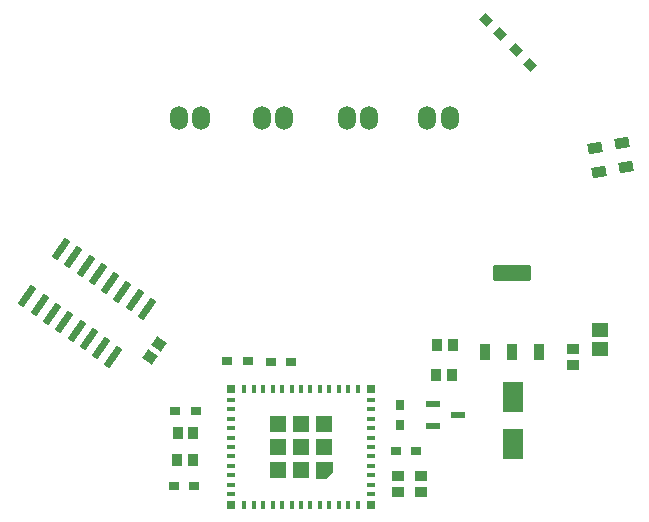
<source format=gtp>
G04*
G04 #@! TF.GenerationSoftware,Altium Limited,Altium Designer,22.7.1 (60)*
G04*
G04 Layer_Color=8421504*
%FSLAX44Y44*%
%MOMM*%
G71*
G04*
G04 #@! TF.SameCoordinates,B1D2CE6E-9D4F-4FB7-BF96-633E019B2C5D*
G04*
G04*
G04 #@! TF.FilePolarity,Positive*
G04*
G01*
G75*
%ADD10O,1.5000X2.0000*%
G04:AMPARAMS|DCode=14|XSize=1mm|YSize=0.9mm|CornerRadius=0mm|HoleSize=0mm|Usage=FLASHONLY|Rotation=325.000|XOffset=0mm|YOffset=0mm|HoleType=Round|Shape=Rectangle|*
%AMROTATEDRECTD14*
4,1,4,-0.6677,-0.0818,-0.1515,0.6554,0.6677,0.0818,0.1515,-0.6554,-0.6677,-0.0818,0.0*
%
%ADD14ROTATEDRECTD14*%

%ADD15R,0.9000X0.8000*%
G04:AMPARAMS|DCode=16|XSize=0.9mm|YSize=0.8mm|CornerRadius=0mm|HoleSize=0mm|Usage=FLASHONLY|Rotation=135.000|XOffset=0mm|YOffset=0mm|HoleType=Round|Shape=Rectangle|*
%AMROTATEDRECTD16*
4,1,4,0.6010,-0.0354,0.0354,-0.6010,-0.6010,0.0354,-0.0354,0.6010,0.6010,-0.0354,0.0*
%
%ADD16ROTATEDRECTD16*%

G04:AMPARAMS|DCode=17|XSize=0.9mm|YSize=1.2mm|CornerRadius=0mm|HoleSize=0mm|Usage=FLASHONLY|Rotation=280.000|XOffset=0mm|YOffset=0mm|HoleType=Round|Shape=Rectangle|*
%AMROTATEDRECTD17*
4,1,4,-0.6690,0.3390,0.5127,0.5473,0.6690,-0.3390,-0.5127,-0.5473,-0.6690,0.3390,0.0*
%
%ADD17ROTATEDRECTD17*%

%ADD18R,1.4000X1.3000*%
%ADD19R,1.0000X0.9000*%
G04:AMPARAMS|DCode=20|XSize=0.93mm|YSize=1.31mm|CornerRadius=0.0698mm|HoleSize=0mm|Usage=FLASHONLY|Rotation=0.000|XOffset=0mm|YOffset=0mm|HoleType=Round|Shape=RoundedRectangle|*
%AMROUNDEDRECTD20*
21,1,0.9300,1.1705,0,0,0.0*
21,1,0.7905,1.3100,0,0,0.0*
1,1,0.1395,0.3953,-0.5853*
1,1,0.1395,-0.3953,-0.5853*
1,1,0.1395,-0.3953,0.5853*
1,1,0.1395,0.3953,0.5853*
%
%ADD20ROUNDEDRECTD20*%
G04:AMPARAMS|DCode=21|XSize=3.24mm|YSize=1.31mm|CornerRadius=0.0983mm|HoleSize=0mm|Usage=FLASHONLY|Rotation=0.000|XOffset=0mm|YOffset=0mm|HoleType=Round|Shape=RoundedRectangle|*
%AMROUNDEDRECTD21*
21,1,3.2400,1.1135,0,0,0.0*
21,1,3.0435,1.3100,0,0,0.0*
1,1,0.1965,1.5218,-0.5568*
1,1,0.1965,-1.5218,-0.5568*
1,1,0.1965,-1.5218,0.5568*
1,1,0.1965,1.5218,0.5568*
%
%ADD21ROUNDEDRECTD21*%
%ADD22R,0.9000X1.0000*%
%ADD23R,0.8000X0.9000*%
%ADD24R,1.7000X2.5000*%
G04:AMPARAMS|DCode=25|XSize=1.23mm|YSize=0.59mm|CornerRadius=0.1475mm|HoleSize=0mm|Usage=FLASHONLY|Rotation=0.000|XOffset=0mm|YOffset=0mm|HoleType=Round|Shape=RoundedRectangle|*
%AMROUNDEDRECTD25*
21,1,1.2300,0.2950,0,0,0.0*
21,1,0.9350,0.5900,0,0,0.0*
1,1,0.2950,0.4675,-0.1475*
1,1,0.2950,-0.4675,-0.1475*
1,1,0.2950,-0.4675,0.1475*
1,1,0.2950,0.4675,0.1475*
%
%ADD25ROUNDEDRECTD25*%
%ADD26R,0.7000X0.7000*%
%ADD27R,1.4500X1.4500*%
%ADD29R,0.4000X0.8000*%
%ADD30R,0.8000X0.4000*%
G04:AMPARAMS|DCode=31|XSize=1.97mm|YSize=0.6mm|CornerRadius=0.075mm|HoleSize=0mm|Usage=FLASHONLY|Rotation=55.000|XOffset=0mm|YOffset=0mm|HoleType=Round|Shape=RoundedRectangle|*
%AMROUNDEDRECTD31*
21,1,1.9700,0.4500,0,0,55.0*
21,1,1.8200,0.6000,0,0,55.0*
1,1,0.1500,0.7063,0.6164*
1,1,0.1500,-0.3377,-0.8745*
1,1,0.1500,-0.7063,-0.6164*
1,1,0.1500,0.3377,0.8745*
%
%ADD31ROUNDEDRECTD31*%
G36*
X309713Y111010D02*
X324213D01*
Y102510D01*
X318213Y96510D01*
X309713D01*
Y111010D01*
D02*
G37*
D10*
X423000Y401691D02*
D03*
X404000D02*
D03*
X355000D02*
D03*
X336000D02*
D03*
X283000D02*
D03*
X264000D02*
D03*
X213000Y402000D02*
D03*
X194000D02*
D03*
D14*
X169341Y199481D02*
D03*
X177085Y210540D02*
D03*
D15*
X288963Y195760D02*
D03*
X271963D02*
D03*
X234963Y196260D02*
D03*
X251963D02*
D03*
X377713Y120510D02*
D03*
X394713D02*
D03*
X190963Y154260D02*
D03*
X207963D02*
D03*
X189963Y90510D02*
D03*
X206963D02*
D03*
D16*
X465973Y473250D02*
D03*
X453952Y485271D02*
D03*
X478952Y459271D02*
D03*
X490973Y447250D02*
D03*
D17*
X572286Y360170D02*
D03*
X568640Y380851D02*
D03*
X549786Y356170D02*
D03*
X546140Y376851D02*
D03*
D18*
X550213Y222260D02*
D03*
Y206260D02*
D03*
D19*
X527713Y193260D02*
D03*
Y206760D02*
D03*
X379463Y85010D02*
D03*
Y98510D02*
D03*
X398463Y85260D02*
D03*
Y98760D02*
D03*
D20*
X453063Y204060D02*
D03*
X475963D02*
D03*
X498863D02*
D03*
D21*
X475963Y270960D02*
D03*
D22*
X425713Y210011D02*
D03*
X412213D02*
D03*
X424963Y184260D02*
D03*
X411463D02*
D03*
X192713Y135010D02*
D03*
X206213D02*
D03*
X205713Y112260D02*
D03*
X192213D02*
D03*
D23*
X380963Y159260D02*
D03*
Y142260D02*
D03*
D24*
X476463Y165760D02*
D03*
Y125760D02*
D03*
D25*
X408613Y160010D02*
D03*
Y141010D02*
D03*
X429813Y150510D02*
D03*
D26*
X237713Y74010D02*
D03*
Y173010D02*
D03*
X356713D02*
D03*
Y74010D02*
D03*
D27*
X277463Y123510D02*
D03*
Y143260D02*
D03*
X297213D02*
D03*
X316963D02*
D03*
Y123510D02*
D03*
X297213Y103760D02*
D03*
X277463D02*
D03*
X297213Y123510D02*
D03*
D29*
X345213Y74510D02*
D03*
X337213D02*
D03*
X329213D02*
D03*
X321213D02*
D03*
X313213D02*
D03*
X305213D02*
D03*
X297213D02*
D03*
X289213D02*
D03*
X281213D02*
D03*
X273213D02*
D03*
X265213D02*
D03*
X257213D02*
D03*
X249213D02*
D03*
Y172510D02*
D03*
X257213D02*
D03*
X265213D02*
D03*
X273213D02*
D03*
X281213D02*
D03*
X289213D02*
D03*
X297213D02*
D03*
X305213D02*
D03*
X313213D02*
D03*
X321213D02*
D03*
X329213D02*
D03*
X337213D02*
D03*
X345213D02*
D03*
D30*
X238213Y83511D02*
D03*
Y91510D02*
D03*
Y99510D02*
D03*
Y107510D02*
D03*
Y115510D02*
D03*
Y123510D02*
D03*
Y131510D02*
D03*
Y139510D02*
D03*
Y147510D02*
D03*
Y155511D02*
D03*
Y163510D02*
D03*
X356213D02*
D03*
Y155511D02*
D03*
Y147510D02*
D03*
Y139510D02*
D03*
Y131510D02*
D03*
Y123510D02*
D03*
Y115510D02*
D03*
Y107510D02*
D03*
Y99510D02*
D03*
Y91510D02*
D03*
Y83511D02*
D03*
D31*
X65606Y250982D02*
D03*
X76009Y243697D02*
D03*
X86412Y236413D02*
D03*
X96815Y229129D02*
D03*
X107219Y221844D02*
D03*
X117622Y214560D02*
D03*
X128025Y207275D02*
D03*
X138428Y199991D02*
D03*
X166820Y240539D02*
D03*
X156417Y247823D02*
D03*
X146014Y255108D02*
D03*
X135611Y262392D02*
D03*
X125207Y269677D02*
D03*
X114804Y276961D02*
D03*
X104401Y284245D02*
D03*
X93998Y291530D02*
D03*
M02*

</source>
